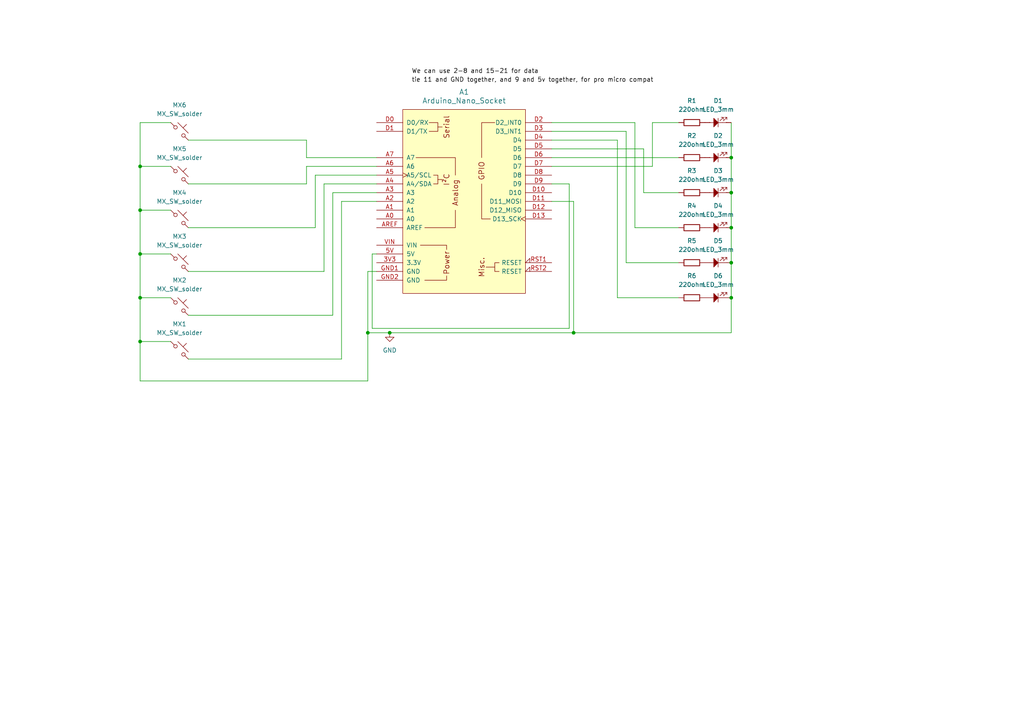
<source format=kicad_sch>
(kicad_sch (version 20231120) (generator "eeschema") (generator_version "8.0")
  (paper "A4")
  (lib_symbols
    (symbol "Neko:Arduino_Nano_Socket" (pin_names (offset 1.016))
      (property "Reference" "A1" (at 0 31.75 0))
      (property "Value" "Arduino_Nano_Socket" (at 0 29.21 0))
      (symbol "Arduino_Nano_Socket_0_0"
        (rectangle (start -17.78 26.67) (end 17.78 -26.67) (fill (type background)))
        (polyline (pts (xy -7.62 6.35) (xy -6.35 6.35)))
        (polyline (pts (xy -7.62 21.59) (xy -6.35 21.59)))
        (polyline (pts (xy 8.89 -19.05) (xy 6.35 -19.05)))
        (polyline (pts (xy -11.43 -22.86) (xy -5.08 -22.86) (xy -5.08 -21.59)))
        (polyline (pts (xy -5.08 -13.97) (xy -5.08 -12.7) (xy -12.7 -12.7)))
        (polyline (pts (xy -10.16 22.86) (xy -7.62 22.86) (xy -7.62 20.32) (xy -10.16 20.32)))
        (polyline (pts (xy -8.89 7.62) (xy -7.62 7.62) (xy -7.62 5.08) (xy -8.89 5.08)))
        (text "Analog" (at -2.54 2.54 900) (effects (font (size 1.524 1.524))))
        (text "I²C" (at -5.08 6.35 900) (effects (font (size 1.524 1.524))))
        (text "Misc." (at 5.08 -19.05 900) (effects (font (size 1.524 1.524))))
        (text "Power" (at -5.08 -17.78 900) (effects (font (size 1.524 1.524))))
        (text "Serial" (at -5.08 21.59 900) (effects (font (size 1.524 1.524))))
      )
      (symbol "Arduino_Nano_Socket_0_1"
        (polyline (pts (xy -13.97 12.7) (xy -2.54 12.7) (xy -2.54 7.62)))
        (polyline (pts (xy -11.43 -7.62) (xy -2.54 -7.62) (xy -2.54 -2.54)))
        (polyline (pts (xy 7.62 -5.08) (xy 5.08 -5.08) (xy 5.08 5.08)))
        (polyline (pts (xy 8.89 22.86) (xy 5.08 22.86) (xy 5.08 12.7)))
        (polyline (pts (xy 10.16 -17.78) (xy 8.89 -17.78) (xy 8.89 -20.32) (xy 10.16 -20.32)))
      )
      (symbol "Arduino_Nano_Socket_1_0"
        (text "GPIO" (at 5.08 8.89 900) (effects (font (size 1.524 1.524))))
      )
      (symbol "Arduino_Nano_Socket_1_1"
        (pin power_out line (at -25.4 -17.78 0) (length 7.62) (name "3.3V") (number "3V3"))
        (pin power_in line (at -25.4 -15.24 0) (length 7.62) (name "5V") (number "5V"))
        (pin bidirectional line (at -25.4 -5.08 0) (length 7.62) (name "A0") (number "A0"))
        (pin bidirectional line (at -25.4 -2.54 0) (length 7.62) (name "A1") (number "A1"))
        (pin bidirectional line (at -25.4 0 0) (length 7.62) (name "A2") (number "A2"))
        (pin bidirectional line (at -25.4 2.54 0) (length 7.62) (name "A3") (number "A3"))
        (pin bidirectional line (at -25.4 5.08 0) (length 7.62) (name "A4/SDA") (number "A4"))
        (pin bidirectional clock (at -25.4 7.62 0) (length 7.62) (name "A5/SCL") (number "A5"))
        (pin input line (at -25.4 10.16 0) (length 7.62) (name "A6") (number "A6"))
        (pin input line (at -25.4 12.7 0) (length 7.62) (name "A7") (number "A7"))
        (pin input line (at -25.4 -7.62 0) (length 7.62) (name "AREF") (number "AREF"))
        (pin bidirectional line (at -25.4 22.86 0) (length 7.62) (name "D0/RX") (number "D0"))
        (pin bidirectional line (at -25.4 20.32 0) (length 7.62) (name "D1/TX") (number "D1"))
        (pin bidirectional line (at 25.4 2.54 180) (length 7.62) (name "D10") (number "D10"))
        (pin bidirectional line (at 25.4 0 180) (length 7.62) (name "D11_MOSI") (number "D11"))
        (pin bidirectional line (at 25.4 -2.54 180) (length 7.62) (name "D12_MISO") (number "D12"))
        (pin bidirectional clock (at 25.4 -5.08 180) (length 7.62) (name "D13_SCK") (number "D13"))
        (pin bidirectional line (at 25.4 22.86 180) (length 7.62) (name "D2_INT0") (number "D2"))
        (pin bidirectional line (at 25.4 20.32 180) (length 7.62) (name "D3_INT1") (number "D3"))
        (pin bidirectional line (at 25.4 17.78 180) (length 7.62) (name "D4") (number "D4"))
        (pin bidirectional line (at 25.4 15.24 180) (length 7.62) (name "D5") (number "D5"))
        (pin bidirectional line (at 25.4 12.7 180) (length 7.62) (name "D6") (number "D6"))
        (pin bidirectional line (at 25.4 10.16 180) (length 7.62) (name "D7") (number "D7"))
        (pin bidirectional line (at 25.4 7.62 180) (length 7.62) (name "D8") (number "D8"))
        (pin bidirectional line (at 25.4 5.08 180) (length 7.62) (name "D9") (number "D9"))
        (pin power_in line (at -25.4 -20.32 0) (length 7.62) (name "GND") (number "GND1"))
        (pin power_in line (at -25.4 -22.86 0) (length 7.62) (name "GND") (number "GND2"))
        (pin open_collector input_low (at 25.4 -17.78 180) (length 7.62) (name "RESET") (number "RST1"))
        (pin open_collector input_low (at 25.4 -20.32 180) (length 7.62) (name "RESET") (number "RST2"))
        (pin power_in line (at -25.4 -12.7 0) (length 7.62) (name "VIN") (number "VIN"))
      )
    )
    (symbol "PCM_SL_Devices:LED_3mm"
      (property "Reference" "D" (at -0.508 5.334 0))
      (property "Value" "LED_3mm" (at -0.508 2.794 0))
      (symbol "LED_3mm_0_1"
        (polyline (pts (xy -1.27 0) (xy -2.54 0)))
        (polyline (pts (xy 0 1.27) (xy 0 -1.27)))
        (polyline (pts (xy 0.508 0.508) (xy 1.524 1.524)))
        (polyline (pts (xy 1.27 0) (xy 2.54 0)))
        (polyline (pts (xy 1.524 0.508) (xy 2.54 1.524)))
        (polyline (pts (xy 1.524 1.524) (xy 0.889 1.524)))
        (polyline (pts (xy 1.524 1.524) (xy 1.524 0.889)))
        (polyline (pts (xy 2.54 1.524) (xy 1.905 1.524)))
        (polyline (pts (xy 2.54 1.524) (xy 2.54 0.889)))
        (polyline (pts (xy 0 0) (xy -1.27 -1.27) (xy -1.27 1.27) (xy 0 0) (xy 1.27 0)) (fill (type outline)))
      )
      (symbol "LED_3mm_1_1"
        (pin passive line (at 3.81 0 180) (length 1.5) (name "~") (number "1"))
        (pin passive line (at -3.81 0 0) (length 1.5) (name "") (number "2"))
      )
    )
    (symbol "PCM_SL_Resistors:220ohm"
      (property "Reference" "R" (at 0 5.08 0))
      (property "Value" "220ohm" (at 0 2.54 0))
      (symbol "220ohm_0_1"
        (rectangle (start -2.286 0.889) (end 2.286 -0.889) (stroke (width 0.24)))
      )
      (symbol "220ohm_1_1"
        (pin passive line (at -3.81 0 0) (length 1.5) (name "") (number "1"))
        (pin passive line (at 3.81 0 180) (length 1.5) (name "~") (number "2"))
      )
    )
    (symbol "PCM_marbastlib-mx:MX_SW_solder" (pin_numbers hide) (pin_names (offset 1.016) hide)
      (property "Reference" "MX" (at 3.048 1.016 0))
      (property "Value" "MX_SW_solder" (at 0 -3.81 0))
      (symbol "MX_SW_solder_0_1"
        (circle (center -1.1684 1.1684) (radius 0.508))
        (polyline (pts (xy -0.508 2.54) (xy 2.54 -0.508)))
        (polyline (pts (xy 1.016 1.016) (xy 2.032 2.032)))
        (polyline (pts (xy -2.54 2.54) (xy -1.524 1.524) (xy -1.524 1.524)))
        (polyline (pts (xy 1.524 -1.524) (xy 2.54 -2.54) (xy 2.54 -2.54) (xy 2.54 -2.54)))
        (circle (center 1.143 -1.1938) (radius 0.508))
        (pin passive line (at -2.54 2.54 0) (length 0) (name "1") (number "1"))
        (pin passive line (at 2.54 -2.54 180) (length 0) (name "2") (number "2"))
      )
    )
    (symbol "power:GND" (power) (pin_numbers hide) (pin_names (offset 0) hide)
      (property "Value" "GND" (at 0 -3.81 0))
      (symbol "GND_0_1"
        (polyline (pts (xy 0 0) (xy 0 -1.27) (xy 1.27 -1.27) (xy 0 -2.54) (xy -1.27 -1.27) (xy 0 -1.27)))
      )
      (symbol "GND_1_1"
        (pin power_in line (at 0 0 270) (length 0) (name "~") (number "1"))
      )
    )
  )
  (junction (at 106.68 96.52))
  (junction (at 212.09 86.36))
  (junction (at 40.64 99.06))
  (junction (at 40.64 60.96))
  (junction (at 40.64 73.66))
  (junction (at 166.37 96.52))
  (junction (at 212.09 55.88))
  (junction (at 212.09 66.04))
  (junction (at 212.09 45.72))
  (junction (at 40.64 86.36))
  (junction (at 113.03 96.52))
  (junction (at 40.64 48.26))
  (junction (at 212.09 76.2))
  (wire (pts (xy 93.98 53.34) (xy 109.22 53.34)))
  (wire (pts (xy 186.69 43.18) (xy 186.69 55.88)))
  (wire (pts (xy 212.09 45.72) (xy 212.09 55.88)))
  (wire (pts (xy 212.09 66.04) (xy 212.09 76.2)))
  (wire (pts (xy 40.64 60.96) (xy 49.53 60.96)))
  (wire (pts (xy 212.09 86.36) (xy 212.09 96.52)))
  (wire (pts (xy 88.9 48.26) (xy 109.22 48.26)))
  (wire (pts (xy 40.64 86.36) (xy 49.53 86.36)))
  (wire (pts (xy 106.68 110.49) (xy 40.64 110.49)))
  (wire (pts (xy 160.02 45.72) (xy 196.85 45.72)))
  (wire (pts (xy 40.64 60.96) (xy 40.64 48.26)))
  (wire (pts (xy 96.52 91.44) (xy 96.52 55.88)))
  (wire (pts (xy 212.09 55.88) (xy 212.09 66.04)))
  (wire (pts (xy 179.07 40.64) (xy 179.07 86.36)))
  (wire (pts (xy 106.68 96.52) (xy 113.03 96.52)))
  (wire (pts (xy 212.09 76.2) (xy 212.09 86.36)))
  (wire (pts (xy 179.07 86.36) (xy 196.85 86.36)))
  (wire (pts (xy 160.02 38.1) (xy 181.61 38.1)))
  (wire (pts (xy 40.64 86.36) (xy 40.64 73.66)))
  (wire (pts (xy 160.02 43.18) (xy 186.69 43.18)))
  (wire (pts (xy 106.68 96.52) (xy 106.68 110.49)))
  (wire (pts (xy 107.95 73.66) (xy 107.95 95.25)))
  (wire (pts (xy 96.52 55.88) (xy 109.22 55.88)))
  (wire (pts (xy 40.64 99.06) (xy 40.64 86.36)))
  (wire (pts (xy 181.61 38.1) (xy 181.61 76.2)))
  (wire (pts (xy 212.09 96.52) (xy 166.37 96.52)))
  (wire (pts (xy 189.23 48.26) (xy 189.23 35.56)))
  (wire (pts (xy 88.9 40.64) (xy 88.9 45.72)))
  (wire (pts (xy 54.61 78.74) (xy 93.98 78.74)))
  (wire (pts (xy 109.22 73.66) (xy 107.95 73.66)))
  (wire (pts (xy 184.15 66.04) (xy 196.85 66.04)))
  (wire (pts (xy 40.64 99.06) (xy 49.53 99.06)))
  (wire (pts (xy 40.64 110.49) (xy 40.64 99.06)))
  (wire (pts (xy 93.98 78.74) (xy 93.98 53.34)))
  (wire (pts (xy 54.61 53.34) (xy 88.9 53.34)))
  (wire (pts (xy 88.9 45.72) (xy 109.22 45.72)))
  (wire (pts (xy 181.61 76.2) (xy 196.85 76.2)))
  (wire (pts (xy 40.64 48.26) (xy 49.53 48.26)))
  (wire (pts (xy 54.61 91.44) (xy 96.52 91.44)))
  (wire (pts (xy 165.1 95.25) (xy 165.1 53.34)))
  (wire (pts (xy 99.06 58.42) (xy 109.22 58.42)))
  (wire (pts (xy 113.03 96.52) (xy 166.37 96.52)))
  (wire (pts (xy 160.02 40.64) (xy 179.07 40.64)))
  (wire (pts (xy 40.64 73.66) (xy 49.53 73.66)))
  (wire (pts (xy 166.37 58.42) (xy 160.02 58.42)))
  (wire (pts (xy 88.9 53.34) (xy 88.9 48.26)))
  (wire (pts (xy 184.15 35.56) (xy 184.15 66.04)))
  (wire (pts (xy 212.09 35.56) (xy 212.09 45.72)))
  (wire (pts (xy 160.02 48.26) (xy 189.23 48.26)))
  (wire (pts (xy 40.64 48.26) (xy 40.64 35.56)))
  (wire (pts (xy 54.61 66.04) (xy 91.44 66.04)))
  (wire (pts (xy 107.95 95.25) (xy 165.1 95.25)))
  (wire (pts (xy 166.37 96.52) (xy 166.37 58.42)))
  (wire (pts (xy 91.44 66.04) (xy 91.44 50.8)))
  (wire (pts (xy 165.1 53.34) (xy 160.02 53.34)))
  (wire (pts (xy 160.02 35.56) (xy 184.15 35.56)))
  (wire (pts (xy 54.61 104.14) (xy 99.06 104.14)))
  (wire (pts (xy 189.23 35.56) (xy 196.85 35.56)))
  (wire (pts (xy 109.22 78.74) (xy 106.68 78.74)))
  (wire (pts (xy 106.68 78.74) (xy 106.68 96.52)))
  (wire (pts (xy 99.06 104.14) (xy 99.06 58.42)))
  (wire (pts (xy 186.69 55.88) (xy 196.85 55.88)))
  (wire (pts (xy 54.61 40.64) (xy 88.9 40.64)))
  (wire (pts (xy 40.64 73.66) (xy 40.64 60.96)))
  (wire (pts (xy 40.64 35.56) (xy 49.53 35.56)))
  (wire (pts (xy 91.44 50.8) (xy 109.22 50.8)))
  (label "tie 11 and GND together, and 9 and 5v together, for pro micro compat" (at 119.38 24.13 0))
  (label "We can use 2-8 and 15-21 for data" (at 119.38 21.59 0))
  (symbol (lib_id "PCM_SL_Resistors:220ohm") (at 200.66 66.04 0) (unit 1)
    (property "Reference" "R4" (at 200.66 59.69 0))
    (property "Value" "220ohm" (at 200.66 62.23 0))
    (property "Footprint" "Resistor_THT:R_Axial_DIN0207_L6.3mm_D2.5mm_P10.16mm_Horizontal" (effects (hide yes)))
    (property "Description" "220Ω, 1/4W Resistor" (effects (hide yes)))
  )
  (symbol (lib_id "PCM_SL_Devices:LED_3mm") (at 208.28 86.36 0) (unit 1)
    (property "Reference" "D6" (at 208.28 80.01 0))
    (property "Value" "LED_3mm" (at 208.28 82.55 0))
    (property "Footprint" "PCM_marbastlib-mx:LED_MX_3mm" (effects (hide yes)))
    (property "Description" "3mm diameter small LED" (effects (hide yes)))
  )
  (symbol (lib_id "PCM_SL_Devices:LED_3mm") (at 208.28 45.72 0) (unit 1)
    (property "Reference" "D2" (at 208.28 39.37 0))
    (property "Value" "LED_3mm" (at 208.28 41.91 0))
    (property "Footprint" "PCM_marbastlib-mx:LED_MX_3mm" (effects (hide yes)))
    (property "Description" "3mm diameter small LED" (effects (hide yes)))
  )
  (symbol (lib_id "PCM_marbastlib-mx:MX_SW_solder") (at 52.07 88.9 0) (unit 1)
    (property "Reference" "MX2" (at 52.07 81.28 0))
    (property "Value" "MX_SW_solder" (at 52.07 83.82 0))
    (property "Footprint" "PCM_marbastlib-mx:SW_MX_1u" (effects (hide yes)))
    (property "Description" "Push button switch, normally open, two pins, 45° tilted" (effects (hide yes)))
  )
  (symbol (lib_id "PCM_SL_Resistors:220ohm") (at 200.66 55.88 0) (unit 1)
    (property "Reference" "R3" (at 200.66 49.53 0))
    (property "Value" "220ohm" (at 200.66 52.07 0))
    (property "Footprint" "Resistor_THT:R_Axial_DIN0207_L6.3mm_D2.5mm_P10.16mm_Horizontal" (effects (hide yes)))
    (property "Description" "220Ω, 1/4W Resistor" (effects (hide yes)))
  )
  (symbol (lib_id "PCM_marbastlib-mx:MX_SW_solder") (at 52.07 101.6 0) (unit 1)
    (property "Reference" "MX1" (at 52.07 93.98 0))
    (property "Value" "MX_SW_solder" (at 52.07 96.52 0))
    (property "Footprint" "PCM_marbastlib-mx:SW_MX_1u" (effects (hide yes)))
    (property "Description" "Push button switch, normally open, two pins, 45° tilted" (effects (hide yes)))
  )
  (symbol (lib_id "PCM_marbastlib-mx:MX_SW_solder") (at 52.07 76.2 0) (unit 1)
    (property "Reference" "MX3" (at 52.07 68.58 0))
    (property "Value" "MX_SW_solder" (at 52.07 71.12 0))
    (property "Footprint" "PCM_marbastlib-mx:SW_MX_1u" (effects (hide yes)))
    (property "Description" "Push button switch, normally open, two pins, 45° tilted" (effects (hide yes)))
  )
  (symbol (lib_id "PCM_SL_Devices:LED_3mm") (at 208.28 66.04 0) (unit 1)
    (property "Reference" "D4" (at 208.28 59.69 0))
    (property "Value" "LED_3mm" (at 208.28 62.23 0))
    (property "Footprint" "PCM_marbastlib-mx:LED_MX_3mm" (effects (hide yes)))
    (property "Description" "3mm diameter small LED" (effects (hide yes)))
  )
  (symbol (lib_id "PCM_marbastlib-mx:MX_SW_solder") (at 52.07 50.8 0) (unit 1)
    (property "Reference" "MX5" (at 52.07 43.18 0))
    (property "Value" "MX_SW_solder" (at 52.07 45.72 0))
    (property "Footprint" "PCM_marbastlib-mx:SW_MX_1u" (effects (hide yes)))
    (property "Description" "Push button switch, normally open, two pins, 45° tilted" (effects (hide yes)))
  )
  (symbol (lib_id "PCM_SL_Resistors:220ohm") (at 200.66 76.2 0) (unit 1)
    (property "Reference" "R5" (at 200.66 69.85 0))
    (property "Value" "220ohm" (at 200.66 72.39 0))
    (property "Footprint" "Resistor_THT:R_Axial_DIN0207_L6.3mm_D2.5mm_P10.16mm_Horizontal" (effects (hide yes)))
    (property "Description" "220Ω, 1/4W Resistor" (effects (hide yes)))
  )
  (symbol (lib_id "PCM_SL_Devices:LED_3mm") (at 208.28 76.2 0) (unit 1)
    (property "Reference" "D5" (at 208.28 69.85 0))
    (property "Value" "LED_3mm" (at 208.28 72.39 0))
    (property "Footprint" "PCM_marbastlib-mx:LED_MX_3mm" (effects (hide yes)))
    (property "Description" "3mm diameter small LED" (effects (hide yes)))
  )
  (symbol (lib_id "PCM_marbastlib-mx:MX_SW_solder") (at 52.07 38.1 0) (unit 1)
    (property "Reference" "MX6" (at 52.07 30.48 0))
    (property "Value" "MX_SW_solder" (at 52.07 33.02 0))
    (property "Footprint" "PCM_marbastlib-mx:SW_MX_1u" (effects (hide yes)))
    (property "Description" "Push button switch, normally open, two pins, 45° tilted" (effects (hide yes)))
  )
  (symbol (lib_id "PCM_marbastlib-mx:MX_SW_solder") (at 52.07 63.5 0) (unit 1)
    (property "Reference" "MX4" (at 52.07 55.88 0))
    (property "Value" "MX_SW_solder" (at 52.07 58.42 0))
    (property "Footprint" "PCM_marbastlib-mx:SW_MX_1u" (effects (hide yes)))
    (property "Description" "Push button switch, normally open, two pins, 45° tilted" (effects (hide yes)))
  )
  (symbol (lib_id "Neko:Arduino_Nano_Socket") (at 134.62 58.42 0) (unit 1)
    (property "Reference" "A1" (at 134.62 26.67 0) (effects (font (size 1.524 1.524))))
    (property "Value" "Arduino_Nano_Socket" (at 134.62 29.21 0) (effects (font (size 1.524 1.524))))
    (property "Footprint" "Neko:Arduino_Nano_Socket" (effects (hide yes)))
    (property "Datasheet" "https://docs.arduino.cc/hardware/nano" (effects (hide yes)))
    (property "Description" "Socket for Arduino Nano" (effects (hide yes)))
  )
  (symbol (lib_id "PCM_SL_Devices:LED_3mm") (at 208.28 55.88 0) (unit 1)
    (property "Reference" "D3" (at 208.28 49.53 0))
    (property "Value" "LED_3mm" (at 208.28 52.07 0))
    (property "Footprint" "PCM_marbastlib-mx:LED_MX_3mm" (effects (hide yes)))
    (property "Description" "3mm diameter small LED" (effects (hide yes)))
  )
  (symbol (lib_id "PCM_SL_Resistors:220ohm") (at 200.66 86.36 0) (unit 1)
    (property "Reference" "R6" (at 200.66 80.01 0))
    (property "Value" "220ohm" (at 200.66 82.55 0))
    (property "Footprint" "Resistor_THT:R_Axial_DIN0207_L6.3mm_D2.5mm_P10.16mm_Horizontal" (effects (hide yes)))
    (property "Description" "220Ω, 1/4W Resistor" (effects (hide yes)))
  )
  (symbol (lib_id "power:GND") (at 113.03 96.52 0) (unit 1)
    (property "Reference" "#PWR01" (effects (hide yes)))
    (property "Value" "GND" (at 113.03 101.6 0))
    (property "Description" "Power symbol creates a global label with name \"GND\" , ground" (effects (hide yes)))
  )
  (symbol (lib_id "PCM_SL_Resistors:220ohm") (at 200.66 45.72 0) (unit 1)
    (property "Reference" "R2" (at 200.66 39.37 0))
    (property "Value" "220ohm" (at 200.66 41.91 0))
    (property "Footprint" "Resistor_THT:R_Axial_DIN0207_L6.3mm_D2.5mm_P10.16mm_Horizontal" (effects (hide yes)))
    (property "Description" "220Ω, 1/4W Resistor" (effects (hide yes)))
  )
  (symbol (lib_id "PCM_SL_Resistors:220ohm") (at 200.66 35.56 0) (unit 1)
    (property "Reference" "R1" (at 200.66 29.21 0))
    (property "Value" "220ohm" (at 200.66 31.75 0))
    (property "Footprint" "Resistor_THT:R_Axial_DIN0207_L6.3mm_D2.5mm_P10.16mm_Horizontal" (effects (hide yes)))
    (property "Description" "220Ω, 1/4W Resistor" (effects (hide yes)))
  )
  (symbol (lib_id "PCM_SL_Devices:LED_3mm") (at 208.28 35.56 0) (unit 1)
    (property "Reference" "D1" (at 208.28 29.21 0))
    (property "Value" "LED_3mm" (at 208.28 31.75 0))
    (property "Footprint" "PCM_marbastlib-mx:LED_MX_3mm" (effects (hide yes)))
    (property "Description" "3mm diameter small LED" (effects (hide yes)))
  )
)
</source>
